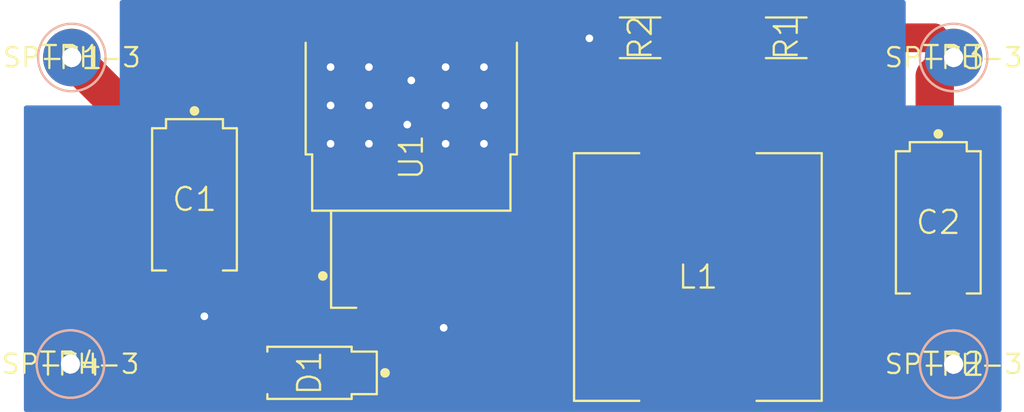
<source format=kicad_pcb>
(kicad_pcb (version 4) (host pcbnew 4.0.7+dfsg1-1)

  (general
    (links 17)
    (no_connects 1)
    (area 134.634762 91.5 188.295238 113.025001)
    (thickness 1.6)
    (drawings 0)
    (tracks 94)
    (zones 0)
    (modules 11)
    (nets 6)
  )

  (page A4)
  (layers
    (0 F.Cu signal)
    (31 B.Cu signal)
    (32 B.Adhes user)
    (33 F.Adhes user)
    (34 B.Paste user)
    (35 F.Paste user)
    (36 B.SilkS user)
    (37 F.SilkS user)
    (38 B.Mask user)
    (39 F.Mask user)
    (40 Dwgs.User user)
    (41 Cmts.User user)
    (42 Eco1.User user)
    (43 Eco2.User user)
    (44 Edge.Cuts user)
    (45 Margin user)
    (46 B.CrtYd user)
    (47 F.CrtYd user)
    (48 B.Fab user)
    (49 F.Fab user)
  )

  (setup
    (last_trace_width 0.25)
    (user_trace_width 0.5)
    (user_trace_width 1)
    (user_trace_width 1.5)
    (user_trace_width 2)
    (trace_clearance 0.2)
    (zone_clearance 0.508)
    (zone_45_only no)
    (trace_min 0.2)
    (segment_width 0.2)
    (edge_width 0.15)
    (via_size 0.6)
    (via_drill 0.4)
    (via_min_size 0.4)
    (via_min_drill 0.3)
    (uvia_size 0.3)
    (uvia_drill 0.1)
    (uvias_allowed no)
    (uvia_min_size 0.2)
    (uvia_min_drill 0.1)
    (pcb_text_width 0.3)
    (pcb_text_size 1.5 1.5)
    (mod_edge_width 0.15)
    (mod_text_size 1 1)
    (mod_text_width 0.15)
    (pad_size 1.524 1.524)
    (pad_drill 0.762)
    (pad_to_mask_clearance 0.2)
    (aux_axis_origin 0 0)
    (visible_elements FFFFFFFF)
    (pcbplotparams
      (layerselection 0x00030_80000001)
      (usegerberextensions false)
      (excludeedgelayer true)
      (linewidth 0.100000)
      (plotframeref false)
      (viasonmask false)
      (mode 1)
      (useauxorigin false)
      (hpglpennumber 1)
      (hpglpenspeed 20)
      (hpglpendiameter 15)
      (hpglpenoverlay 2)
      (psnegative false)
      (psa4output false)
      (plotreference true)
      (plotvalue true)
      (plotinvisibletext false)
      (padsonsilk false)
      (subtractmaskfromsilk false)
      (outputformat 1)
      (mirror false)
      (drillshape 1)
      (scaleselection 1)
      (outputdirectory ""))
  )

  (net 0 "")
  (net 1 "Net-(D1-Pad1)")
  (net 2 "Net-(R1-Pad1)")
  (net 3 /IN+)
  (net 4 /GND)
  (net 5 /OUT+)

  (net_class Default "This is the default net class."
    (clearance 0.2)
    (trace_width 0.25)
    (via_dia 0.6)
    (via_drill 0.4)
    (uvia_dia 0.3)
    (uvia_drill 0.1)
    (add_net /GND)
    (add_net /IN+)
    (add_net /OUT+)
    (add_net "Net-(D1-Pad1)")
    (add_net "Net-(R1-Pad1)")
  )

  (module testlib:DIOM4326X290N (layer F.Cu) (tedit 0) (tstamp 59B309A9)
    (at 150.9 110.95 270)
    (path /59B2F7D3)
    (attr smd)
    (fp_text reference D1 (at 0 0 270) (layer F.SilkS)
      (effects (font (size 1.2 1.2) (thickness 0.12)))
    )
    (fp_text value B340A (at 0 0 360) (layer F.Fab)
      (effects (font (size 1 1) (thickness 0.1)))
    )
    (fp_line (start -1.36 -2.198) (end -1.36 2.198) (layer F.SilkS) (width 0.12))
    (fp_line (start 1.36 -2.198) (end 1.36 2.198) (layer F.SilkS) (width 0.12))
    (fp_line (start -1.11 -2.198) (end -1.36 -2.198) (layer F.SilkS) (width 0.12))
    (fp_line (start -1.11 2.198) (end -1.36 2.198) (layer F.SilkS) (width 0.12))
    (fp_line (start 1.11 -2.198) (end 1.36 -2.198) (layer F.SilkS) (width 0.12))
    (fp_line (start 1.11 2.198) (end 1.36 2.198) (layer F.SilkS) (width 0.12))
    (fp_line (start -1.11 -2.198) (end -1.11 -3.51) (layer F.SilkS) (width 0.12))
    (fp_line (start -1.11 -3.51) (end 1.11 -3.51) (layer F.SilkS) (width 0.12))
    (fp_line (start 1.11 -3.51) (end 1.11 -2.198) (layer F.SilkS) (width 0.12))
    (fp_circle (center 0 -3.94) (end 0 -3.815) (layer F.SilkS) (width 0.25))
    (fp_text user REF** (at 0 0 360) (layer F.Fab) hide
      (effects (font (size 1 1) (thickness 0.1)))
    )
    (fp_text user REF** (at 0 0 360) (layer F.Fab) hide
      (effects (font (size 1 1) (thickness 0.1)))
    )
    (fp_line (start -0.3 -2.138) (end 1.3 -2.138) (layer F.Fab) (width 0.1))
    (fp_line (start 1.3 -2.138) (end 1.3 2.138) (layer F.Fab) (width 0.1))
    (fp_line (start 1.3 2.138) (end -1.3 2.138) (layer F.Fab) (width 0.1))
    (fp_line (start -1.3 2.138) (end -1.3 -1.138) (layer F.Fab) (width 0.1))
    (fp_line (start -1.3 -1.138) (end -0.3 -2.138) (layer F.Fab) (width 0.1))
    (fp_circle (center 0 0) (end 0 0.5) (layer F.CrtYd) (width 0.05))
    (fp_line (start -0.7 0) (end 0.7 0) (layer F.CrtYd) (width 0.05))
    (fp_line (start 0 -0.7) (end 0 0.7) (layer F.CrtYd) (width 0.05))
    (fp_line (start -1.1 -3.5) (end -1.1 -2.388) (layer F.CrtYd) (width 0.05))
    (fp_line (start -1.1 -2.388) (end -1.55 -2.388) (layer F.CrtYd) (width 0.05))
    (fp_line (start -1.55 -2.388) (end -1.55 2.388) (layer F.CrtYd) (width 0.05))
    (fp_line (start -1.55 2.388) (end -1.1 2.388) (layer F.CrtYd) (width 0.05))
    (fp_line (start -1.1 2.388) (end -1.1 3.5) (layer F.CrtYd) (width 0.05))
    (fp_line (start -1.1 3.5) (end 1.1 3.5) (layer F.CrtYd) (width 0.05))
    (fp_line (start 1.1 3.5) (end 1.1 2.388) (layer F.CrtYd) (width 0.05))
    (fp_line (start 1.1 2.388) (end 1.55 2.388) (layer F.CrtYd) (width 0.05))
    (fp_line (start 1.55 2.388) (end 1.55 -2.388) (layer F.CrtYd) (width 0.05))
    (fp_line (start 1.55 -2.388) (end 1.1 -2.388) (layer F.CrtYd) (width 0.05))
    (fp_line (start 1.1 -2.388) (end 1.1 -3.5) (layer F.CrtYd) (width 0.05))
    (fp_line (start 1.1 -3.5) (end -1.1 -3.5) (layer F.CrtYd) (width 0.05))
    (pad 1 smd rect (at 0 -2 270) (size 1.7 2.5) (layers F.Cu F.Paste F.Mask)
      (net 1 "Net-(D1-Pad1)") (solder_mask_margin 0.05))
    (pad 2 smd rect (at 0 2 270) (size 1.7 2.5) (layers F.Cu F.Paste F.Mask)
      (net 4 /GND) (solder_mask_margin 0.05))
    (model DIOM4326X290N.wrl
      (at (xyz 0 0 0))
      (scale (xyz 1 1 1))
      (rotate (xyz 0 0 90))
    )
  )

  (module testlib:RESC2013X65N (layer F.Cu) (tedit 59B37A0B) (tstamp 59B309F1)
    (at 175.768 93.472 90)
    (path /59B2F672)
    (attr smd)
    (fp_text reference R1 (at 0 0 90) (layer F.SilkS)
      (effects (font (size 1.2 1.2) (thickness 0.12)))
    )
    (fp_text value 15.4k (at 0 0 180) (layer F.Fab)
      (effects (font (size 0.825 0.825) (thickness 0.1)))
    )
    (fp_line (start -1.06 -1.06) (end -1.06 1.06) (layer F.SilkS) (width 0.12))
    (fp_line (start 1.06 -1.06) (end 1.06 1.06) (layer F.SilkS) (width 0.12))
    (fp_text user REF** (at 0 0 180) (layer F.Fab) hide
      (effects (font (size 0.825 0.825) (thickness 0.1)))
    )
    (fp_line (start -0.625 -1) (end 0.625 -1) (layer F.Fab) (width 0.1))
    (fp_line (start 0.625 -1) (end 0.625 1) (layer F.Fab) (width 0.1))
    (fp_line (start 0.625 1) (end -0.625 1) (layer F.Fab) (width 0.1))
    (fp_line (start -0.625 1) (end -0.625 -1) (layer F.Fab) (width 0.1))
    (fp_circle (center 0 0) (end 0 0.5) (layer F.CrtYd) (width 0.05))
    (fp_line (start -0.7 0) (end 0.7 0) (layer F.CrtYd) (width 0.05))
    (fp_line (start 0 -0.7) (end 0 0.7) (layer F.CrtYd) (width 0.05))
    (fp_line (start -1.02 -1.57) (end -1.02 -1.22) (layer F.CrtYd) (width 0.05))
    (fp_line (start -1.02 -1.22) (end -1.02 1.22) (layer F.CrtYd) (width 0.05))
    (fp_line (start -1.02 1.22) (end -1.02 1.57) (layer F.CrtYd) (width 0.05))
    (fp_line (start -1.02 1.57) (end 1.02 1.57) (layer F.CrtYd) (width 0.05))
    (fp_line (start 1.02 1.57) (end 1.02 1.22) (layer F.CrtYd) (width 0.05))
    (fp_line (start 1.02 1.22) (end 1.02 -1.22) (layer F.CrtYd) (width 0.05))
    (fp_line (start 1.02 -1.22) (end 1.02 -1.57) (layer F.CrtYd) (width 0.05))
    (fp_line (start 1.02 -1.57) (end -1.02 -1.57) (layer F.CrtYd) (width 0.05))
    (pad 1 smd rect (at 0 -0.85 90) (size 1.6 1) (layers F.Cu F.Paste F.Mask)
      (net 2 "Net-(R1-Pad1)") (solder_mask_margin 0.05))
    (pad 2 smd rect (at 0 0.85 90) (size 1.6 1) (layers F.Cu F.Paste F.Mask)
      (net 5 /OUT+) (solder_mask_margin 0.05))
    (model RESC2013X65N.wrl
      (at (xyz 0 0 0))
      (scale (xyz 1 1 1))
      (rotate (xyz 0 0 90))
    )
  )

  (module testlib:RESC2013X65N (layer F.Cu) (tedit 0) (tstamp 59B30A09)
    (at 168.148 93.472 90)
    (path /59B2F70E)
    (attr smd)
    (fp_text reference R2 (at 0 0 90) (layer F.SilkS)
      (effects (font (size 1.2 1.2) (thickness 0.12)))
    )
    (fp_text value 1k (at 0 0 180) (layer F.Fab)
      (effects (font (size 0.825 0.825) (thickness 0.1)))
    )
    (fp_line (start -1.06 -1.06) (end -1.06 1.06) (layer F.SilkS) (width 0.12))
    (fp_line (start 1.06 -1.06) (end 1.06 1.06) (layer F.SilkS) (width 0.12))
    (fp_text user REF** (at 0 0 180) (layer F.Fab) hide
      (effects (font (size 0.825 0.825) (thickness 0.1)))
    )
    (fp_line (start -0.625 -1) (end 0.625 -1) (layer F.Fab) (width 0.1))
    (fp_line (start 0.625 -1) (end 0.625 1) (layer F.Fab) (width 0.1))
    (fp_line (start 0.625 1) (end -0.625 1) (layer F.Fab) (width 0.1))
    (fp_line (start -0.625 1) (end -0.625 -1) (layer F.Fab) (width 0.1))
    (fp_circle (center 0 0) (end 0 0.5) (layer F.CrtYd) (width 0.05))
    (fp_line (start -0.7 0) (end 0.7 0) (layer F.CrtYd) (width 0.05))
    (fp_line (start 0 -0.7) (end 0 0.7) (layer F.CrtYd) (width 0.05))
    (fp_line (start -1.02 -1.57) (end -1.02 -1.22) (layer F.CrtYd) (width 0.05))
    (fp_line (start -1.02 -1.22) (end -1.02 1.22) (layer F.CrtYd) (width 0.05))
    (fp_line (start -1.02 1.22) (end -1.02 1.57) (layer F.CrtYd) (width 0.05))
    (fp_line (start -1.02 1.57) (end 1.02 1.57) (layer F.CrtYd) (width 0.05))
    (fp_line (start 1.02 1.57) (end 1.02 1.22) (layer F.CrtYd) (width 0.05))
    (fp_line (start 1.02 1.22) (end 1.02 -1.22) (layer F.CrtYd) (width 0.05))
    (fp_line (start 1.02 -1.22) (end 1.02 -1.57) (layer F.CrtYd) (width 0.05))
    (fp_line (start 1.02 -1.57) (end -1.02 -1.57) (layer F.CrtYd) (width 0.05))
    (pad 1 smd rect (at 0 -0.85 90) (size 1.6 1) (layers F.Cu F.Paste F.Mask)
      (net 4 /GND) (solder_mask_margin 0.05))
    (pad 2 smd rect (at 0 0.85 90) (size 1.6 1) (layers F.Cu F.Paste F.Mask)
      (net 2 "Net-(R1-Pad1)") (solder_mask_margin 0.05))
    (model RESC2013X65N.wrl
      (at (xyz 0 0 0))
      (scale (xyz 1 1 1))
      (rotate (xyz 0 0 90))
    )
  )

  (module testlib:TO170P1023X864X465-5N (layer F.Cu) (tedit 0) (tstamp 59B30A3C)
    (at 156.21 99.695 90)
    (path /59B2F4C5)
    (attr smd)
    (fp_text reference U1 (at 0 0 90) (layer F.SilkS)
      (effects (font (size 1.2 1.2) (thickness 0.12)))
    )
    (fp_text value LM2596S (at 0 0 180) (layer F.Fab)
      (effects (font (size 1 1) (thickness 0.1)))
    )
    (fp_line (start -2.795 -5.172) (end 0.14 -5.172) (layer F.SilkS) (width 0.12))
    (fp_line (start -2.795 5.172) (end 0.14 5.172) (layer F.SilkS) (width 0.12))
    (fp_line (start -2.795 5.172) (end -2.795 -5.172) (layer F.SilkS) (width 0.12))
    (fp_circle (center -6.2 -4.615) (end -6.2 -4.49) (layer F.SilkS) (width 0.25))
    (fp_line (start -2.795 -4.185) (end -7.86 -4.185) (layer F.SilkS) (width 0.12))
    (fp_line (start -7.86 -4.185) (end -7.86 -2.875) (layer F.SilkS) (width 0.12))
    (fp_line (start 5.965 -5.51) (end 0.14 -5.51) (layer F.SilkS) (width 0.12))
    (fp_line (start 0.14 -5.51) (end 0.14 -5.172) (layer F.SilkS) (width 0.12))
    (fp_line (start 5.965 5.51) (end 0.14 5.51) (layer F.SilkS) (width 0.12))
    (fp_line (start 0.14 5.51) (end 0.14 5.172) (layer F.SilkS) (width 0.12))
    (fp_text user REF** (at 0 0 180) (layer F.Fab) hide
      (effects (font (size 1 1) (thickness 0.1)))
    )
    (fp_line (start 5.905 -5.112) (end -2.735 -5.112) (layer F.Fab) (width 0.1))
    (fp_line (start -2.735 -5.112) (end -2.735 5.112) (layer F.Fab) (width 0.1))
    (fp_line (start -2.735 5.112) (end 5.905 5.112) (layer F.Fab) (width 0.1))
    (fp_line (start 5.905 5.112) (end 5.905 -5.112) (layer F.Fab) (width 0.1))
    (fp_line (start 5.905 -5.112) (end 7.175 -5.112) (layer F.Fab) (width 0.1))
    (fp_line (start 7.175 -5.112) (end 7.175 5.112) (layer F.Fab) (width 0.1))
    (fp_line (start 7.175 5.112) (end 5.905 5.112) (layer F.Fab) (width 0.1))
    (fp_line (start 5.905 5.112) (end 5.905 -5.112) (layer F.Fab) (width 0.1))
    (fp_line (start -7.175 -3.4) (end -2.735 -3.4) (layer F.Fab) (width 0.1))
    (fp_line (start -7.175 -1.7) (end -2.735 -1.7) (layer F.Fab) (width 0.1))
    (fp_line (start -7.175 0) (end -2.735 0) (layer F.Fab) (width 0.1))
    (fp_line (start -7.175 1.7) (end -2.735 1.7) (layer F.Fab) (width 0.1))
    (fp_line (start -7.175 3.4) (end -2.735 3.4) (layer F.Fab) (width 0.1))
    (fp_circle (center 0 0) (end 0 0.5) (layer F.CrtYd) (width 0.05))
    (fp_line (start -0.7 0) (end 0.7 0) (layer F.CrtYd) (width 0.05))
    (fp_line (start 0 -0.7) (end 0 0.7) (layer F.CrtYd) (width 0.05))
    (fp_line (start -7.85 -4.175) (end -2.985 -4.175) (layer F.CrtYd) (width 0.05))
    (fp_line (start -2.985 -4.175) (end -2.985 -5.362) (layer F.CrtYd) (width 0.05))
    (fp_line (start -2.985 -5.362) (end 0.15 -5.362) (layer F.CrtYd) (width 0.05))
    (fp_line (start 0.15 -5.362) (end 0.15 -5.5) (layer F.CrtYd) (width 0.05))
    (fp_line (start 0.15 -5.5) (end 6.155 -5.5) (layer F.CrtYd) (width 0.05))
    (fp_line (start 6.155 -5.5) (end 7.85 -5.5) (layer F.CrtYd) (width 0.05))
    (fp_line (start 7.85 -5.5) (end 7.85 5.5) (layer F.CrtYd) (width 0.05))
    (fp_line (start 7.85 5.5) (end 6.155 5.5) (layer F.CrtYd) (width 0.05))
    (fp_line (start 6.155 5.5) (end 0.15 5.5) (layer F.CrtYd) (width 0.05))
    (fp_line (start 0.15 5.5) (end 0.15 5.362) (layer F.CrtYd) (width 0.05))
    (fp_line (start 0.15 5.362) (end -2.985 5.362) (layer F.CrtYd) (width 0.05))
    (fp_line (start -2.985 5.362) (end -2.985 4.175) (layer F.CrtYd) (width 0.05))
    (fp_line (start -2.985 4.175) (end -7.85 4.175) (layer F.CrtYd) (width 0.05))
    (fp_line (start -7.85 4.175) (end -7.85 -4.175) (layer F.CrtYd) (width 0.05))
    (pad 1 smd rect (at -6.2 -3.4 90) (size 2.8 1.05) (layers F.Cu F.Paste F.Mask)
      (net 3 /IN+) (solder_mask_margin 0.05))
    (pad 2 smd rect (at -6.2 -1.7 90) (size 2.8 1.05) (layers F.Cu F.Paste F.Mask)
      (net 1 "Net-(D1-Pad1)") (solder_mask_margin 0.05))
    (pad 3 smd rect (at -6.2 0 90) (size 2.8 1.05) (layers F.Cu F.Paste F.Mask)
      (net 4 /GND) (solder_mask_margin 0.05))
    (pad 4 smd rect (at -6.2 1.7 90) (size 2.8 1.05) (layers F.Cu F.Paste F.Mask)
      (net 2 "Net-(R1-Pad1)") (solder_mask_margin 0.05))
    (pad 5 smd rect (at -6.2 3.4 90) (size 2.8 1.05) (layers F.Cu F.Paste F.Mask)
      (net 4 /GND) (solder_mask_margin 0.05))
    (pad 6 smd rect (at 4 0 90) (size 7.2 10.5) (layers F.Cu F.Paste F.Mask)
      (net 4 /GND) (solder_mask_margin 0.05))
    (model TO170P1023X864X465-5N.wrl
      (at (xyz 0 0 0))
      (scale (xyz 1 1 1))
      (rotate (xyz 0 0 0))
    )
  )

  (module testlib:SP-TH-3 (layer F.Cu) (tedit 0) (tstamp 5A07185D)
    (at 138.5 94.5)
    (path /5A071944)
    (fp_text reference TP1 (at 0 0) (layer F.SilkS)
      (effects (font (size 1.2 1.2) (thickness 0.12)))
    )
    (fp_text value SP-TH-3 (at 0 0) (layer F.SilkS)
      (effects (font (size 1 1) (thickness 0.12)))
    )
    (fp_circle (center 0 0) (end 0 1.76) (layer F.SilkS) (width 0.12))
    (fp_circle (center 0 0) (end 0 1.76) (layer B.SilkS) (width 0.12))
    (pad 1 thru_hole circle (at 0 0) (size 3 3) (drill 1) (layers *.Cu *.Paste *.Mask)
      (net 3 /IN+) (solder_mask_margin 0.2))
    (model SP-TH-3.wrl
      (at (xyz 0 0 0))
      (scale (xyz 0.3937 0.3937 0.3937))
      (rotate (xyz 0 0 0))
    )
  )

  (module testlib:SP-TH-3 (layer F.Cu) (tedit 0) (tstamp 5A071864)
    (at 184.5 110.5)
    (path /5A071BA6)
    (fp_text reference TP2 (at 0 0) (layer F.SilkS)
      (effects (font (size 1.2 1.2) (thickness 0.12)))
    )
    (fp_text value SP-TH-3 (at 0 0) (layer F.SilkS)
      (effects (font (size 1 1) (thickness 0.12)))
    )
    (fp_circle (center 0 0) (end 0 1.76) (layer F.SilkS) (width 0.12))
    (fp_circle (center 0 0) (end 0 1.76) (layer B.SilkS) (width 0.12))
    (pad 1 thru_hole circle (at 0 0) (size 3 3) (drill 1) (layers *.Cu *.Paste *.Mask)
      (net 4 /GND) (solder_mask_margin 0.2))
    (model SP-TH-3.wrl
      (at (xyz 0 0 0))
      (scale (xyz 0.3937 0.3937 0.3937))
      (rotate (xyz 0 0 0))
    )
  )

  (module testlib:SP-TH-3 (layer F.Cu) (tedit 0) (tstamp 5A07186B)
    (at 184.5 94.5)
    (path /5A071C92)
    (fp_text reference TP3 (at 0 0) (layer F.SilkS)
      (effects (font (size 1.2 1.2) (thickness 0.12)))
    )
    (fp_text value SP-TH-3 (at 0 0) (layer F.SilkS)
      (effects (font (size 1 1) (thickness 0.12)))
    )
    (fp_circle (center 0 0) (end 0 1.76) (layer F.SilkS) (width 0.12))
    (fp_circle (center 0 0) (end 0 1.76) (layer B.SilkS) (width 0.12))
    (pad 1 thru_hole circle (at 0 0) (size 3 3) (drill 1) (layers *.Cu *.Paste *.Mask)
      (net 5 /OUT+) (solder_mask_margin 0.2))
    (model SP-TH-3.wrl
      (at (xyz 0 0 0))
      (scale (xyz 0.3937 0.3937 0.3937))
      (rotate (xyz 0 0 0))
    )
  )

  (module testlib:SP-TH-3 (layer F.Cu) (tedit 0) (tstamp 5A071872)
    (at 138.43 110.49)
    (path /5A071E3B)
    (fp_text reference TP4 (at 0 0) (layer F.SilkS)
      (effects (font (size 1.2 1.2) (thickness 0.12)))
    )
    (fp_text value SP-TH-3 (at 0 0) (layer F.SilkS)
      (effects (font (size 1 1) (thickness 0.12)))
    )
    (fp_circle (center 0 0) (end 0 1.76) (layer F.SilkS) (width 0.12))
    (fp_circle (center 0 0) (end 0 1.76) (layer B.SilkS) (width 0.12))
    (pad 1 thru_hole circle (at 0 0) (size 3 3) (drill 1) (layers *.Cu *.Paste *.Mask)
      (net 4 /GND) (solder_mask_margin 0.2))
    (model SP-TH-3.wrl
      (at (xyz 0 0 0))
      (scale (xyz 0.3937 0.3937 0.3937))
      (rotate (xyz 0 0 0))
    )
  )

  (module testlib:INDM128128X800N (layer F.Cu) (tedit 0) (tstamp 5A07321B)
    (at 171.16 105.95 180)
    (path /5A07317F)
    (attr smd)
    (fp_text reference L1 (at 0 0 180) (layer F.SilkS)
      (effects (font (size 1.2 1.2) (thickness 0.12)))
    )
    (fp_text value B82477G4 (at 0 0 180) (layer F.Fab)
      (effects (font (size 1 1) (thickness 0.1)))
    )
    (fp_line (start -6.46 -6.46) (end -6.46 6.46) (layer F.SilkS) (width 0.12))
    (fp_line (start 6.46 -6.46) (end 6.46 6.46) (layer F.SilkS) (width 0.12))
    (fp_line (start -3.06 -6.46) (end -6.46 -6.46) (layer F.SilkS) (width 0.12))
    (fp_line (start -3.06 6.46) (end -6.46 6.46) (layer F.SilkS) (width 0.12))
    (fp_line (start 3.06 -6.46) (end 6.46 -6.46) (layer F.SilkS) (width 0.12))
    (fp_line (start 3.06 6.46) (end 6.46 6.46) (layer F.SilkS) (width 0.12))
    (fp_text user REF** (at 0 0 180) (layer F.Fab) hide
      (effects (font (size 1 1) (thickness 0.1)))
    )
    (fp_line (start -6.4 -6.4) (end 6.4 -6.4) (layer F.Fab) (width 0.1))
    (fp_line (start 6.4 -6.4) (end 6.4 6.4) (layer F.Fab) (width 0.1))
    (fp_line (start 6.4 6.4) (end -6.4 6.4) (layer F.Fab) (width 0.1))
    (fp_line (start -6.4 6.4) (end -6.4 -6.4) (layer F.Fab) (width 0.1))
    (fp_circle (center 0 0) (end 0 0.5) (layer F.CrtYd) (width 0.05))
    (fp_line (start -0.7 0) (end 0.7 0) (layer F.CrtYd) (width 0.05))
    (fp_line (start 0 -0.7) (end 0 0.7) (layer F.CrtYd) (width 0.05))
    (fp_line (start -3.05 -6.85) (end -3.05 -6.65) (layer F.CrtYd) (width 0.05))
    (fp_line (start -3.05 -6.65) (end -6.65 -6.65) (layer F.CrtYd) (width 0.05))
    (fp_line (start -6.65 -6.65) (end -6.65 6.65) (layer F.CrtYd) (width 0.05))
    (fp_line (start -6.65 6.65) (end -3.05 6.65) (layer F.CrtYd) (width 0.05))
    (fp_line (start -3.05 6.65) (end -3.05 6.85) (layer F.CrtYd) (width 0.05))
    (fp_line (start -3.05 6.85) (end 3.05 6.85) (layer F.CrtYd) (width 0.05))
    (fp_line (start 3.05 6.85) (end 3.05 6.65) (layer F.CrtYd) (width 0.05))
    (fp_line (start 3.05 6.65) (end 6.65 6.65) (layer F.CrtYd) (width 0.05))
    (fp_line (start 6.65 6.65) (end 6.65 -6.65) (layer F.CrtYd) (width 0.05))
    (fp_line (start 6.65 -6.65) (end 3.05 -6.65) (layer F.CrtYd) (width 0.05))
    (fp_line (start 3.05 -6.65) (end 3.05 -6.85) (layer F.CrtYd) (width 0.05))
    (fp_line (start 3.05 -6.85) (end -3.05 -6.85) (layer F.CrtYd) (width 0.05))
    (pad 1 smd rect (at 0 -5.05 180) (size 5.6 3.1) (layers F.Cu F.Paste F.Mask)
      (net 1 "Net-(D1-Pad1)") (solder_mask_margin 0.05))
    (pad 2 smd rect (at 0 5.05 180) (size 5.6 3.1) (layers F.Cu F.Paste F.Mask)
      (net 5 /OUT+) (solder_mask_margin 0.05))
    (model INDM128128X800N.wrl
      (at (xyz 0 0 0))
      (scale (xyz 3.937 3.937 3.937))
      (rotate (xyz 0 0 90))
    )
  )

  (module testlib:CAPPM7343X310N (layer F.Cu) (tedit 0) (tstamp 5A0819E5)
    (at 144.9 101.9)
    (path /59B39BD9)
    (attr smd)
    (fp_text reference C1 (at 0 0) (layer F.SilkS)
      (effects (font (size 1.2 1.2) (thickness 0.12)))
    )
    (fp_text value "100 uF, 50V" (at 0 0 90) (layer F.Fab)
      (effects (font (size 1 1) (thickness 0.1)))
    )
    (fp_line (start -2.21 -3.71) (end -2.21 3.71) (layer F.SilkS) (width 0.12))
    (fp_line (start 2.21 -3.71) (end 2.21 3.71) (layer F.SilkS) (width 0.12))
    (fp_line (start -1.485 -3.71) (end -2.21 -3.71) (layer F.SilkS) (width 0.12))
    (fp_line (start -1.485 3.71) (end -2.21 3.71) (layer F.SilkS) (width 0.12))
    (fp_line (start 1.485 -3.71) (end 2.21 -3.71) (layer F.SilkS) (width 0.12))
    (fp_line (start 1.485 3.71) (end 2.21 3.71) (layer F.SilkS) (width 0.12))
    (fp_line (start -1.485 -3.71) (end -1.485 -4.185) (layer F.SilkS) (width 0.12))
    (fp_line (start -1.485 -4.185) (end 1.485 -4.185) (layer F.SilkS) (width 0.12))
    (fp_line (start 1.485 -4.185) (end 1.485 -3.71) (layer F.SilkS) (width 0.12))
    (fp_circle (center 0 -4.615) (end 0 -4.49) (layer F.SilkS) (width 0.25))
    (fp_text user REF** (at 0 0 90) (layer F.Fab) hide
      (effects (font (size 1 1) (thickness 0.1)))
    )
    (fp_text user REF** (at 0 0 90) (layer F.Fab) hide
      (effects (font (size 1 1) (thickness 0.1)))
    )
    (fp_line (start -1.15 -3.65) (end 2.15 -3.65) (layer F.Fab) (width 0.1))
    (fp_line (start 2.15 -3.65) (end 2.15 3.65) (layer F.Fab) (width 0.1))
    (fp_line (start 2.15 3.65) (end -2.15 3.65) (layer F.Fab) (width 0.1))
    (fp_line (start -2.15 3.65) (end -2.15 -2.65) (layer F.Fab) (width 0.1))
    (fp_line (start -2.15 -2.65) (end -1.15 -3.65) (layer F.Fab) (width 0.1))
    (fp_circle (center 0 0) (end 0 0.5) (layer F.CrtYd) (width 0.05))
    (fp_line (start -0.7 0) (end 0.7 0) (layer F.CrtYd) (width 0.05))
    (fp_line (start 0 -0.7) (end 0 0.7) (layer F.CrtYd) (width 0.05))
    (fp_line (start -1.475 -4.175) (end -1.475 -3.9) (layer F.CrtYd) (width 0.05))
    (fp_line (start -1.475 -3.9) (end -2.4 -3.9) (layer F.CrtYd) (width 0.05))
    (fp_line (start -2.4 -3.9) (end -2.4 3.9) (layer F.CrtYd) (width 0.05))
    (fp_line (start -2.4 3.9) (end -1.475 3.9) (layer F.CrtYd) (width 0.05))
    (fp_line (start -1.475 3.9) (end -1.475 4.175) (layer F.CrtYd) (width 0.05))
    (fp_line (start -1.475 4.175) (end 1.475 4.175) (layer F.CrtYd) (width 0.05))
    (fp_line (start 1.475 4.175) (end 1.475 3.9) (layer F.CrtYd) (width 0.05))
    (fp_line (start 1.475 3.9) (end 2.4 3.9) (layer F.CrtYd) (width 0.05))
    (fp_line (start 2.4 3.9) (end 2.4 -3.9) (layer F.CrtYd) (width 0.05))
    (fp_line (start 2.4 -3.9) (end 1.475 -3.9) (layer F.CrtYd) (width 0.05))
    (fp_line (start 1.475 -3.9) (end 1.475 -4.175) (layer F.CrtYd) (width 0.05))
    (fp_line (start 1.475 -4.175) (end -1.475 -4.175) (layer F.CrtYd) (width 0.05))
    (pad 1 smd rect (at 0 -2.75) (size 2.45 2.35) (layers F.Cu F.Paste F.Mask)
      (net 3 /IN+) (solder_mask_margin 0.05))
    (pad 2 smd rect (at 0 2.75) (size 2.45 2.35) (layers F.Cu F.Paste F.Mask)
      (net 4 /GND) (solder_mask_margin 0.05))
    (model CAPPM7343X310N.wrl
      (at (xyz 0 0 0))
      (scale (xyz 1 1 1))
      (rotate (xyz 0 0 -90))
    )
  )

  (module testlib:CAPPM7343X310N (layer F.Cu) (tedit 0) (tstamp 5A081A0B)
    (at 183.7 103.1)
    (path /59B39DA7)
    (attr smd)
    (fp_text reference C2 (at 0 0) (layer F.SilkS)
      (effects (font (size 1.2 1.2) (thickness 0.12)))
    )
    (fp_text value "220 uF, 35 V" (at 0 0 90) (layer F.Fab)
      (effects (font (size 1 1) (thickness 0.1)))
    )
    (fp_line (start -2.21 -3.71) (end -2.21 3.71) (layer F.SilkS) (width 0.12))
    (fp_line (start 2.21 -3.71) (end 2.21 3.71) (layer F.SilkS) (width 0.12))
    (fp_line (start -1.485 -3.71) (end -2.21 -3.71) (layer F.SilkS) (width 0.12))
    (fp_line (start -1.485 3.71) (end -2.21 3.71) (layer F.SilkS) (width 0.12))
    (fp_line (start 1.485 -3.71) (end 2.21 -3.71) (layer F.SilkS) (width 0.12))
    (fp_line (start 1.485 3.71) (end 2.21 3.71) (layer F.SilkS) (width 0.12))
    (fp_line (start -1.485 -3.71) (end -1.485 -4.185) (layer F.SilkS) (width 0.12))
    (fp_line (start -1.485 -4.185) (end 1.485 -4.185) (layer F.SilkS) (width 0.12))
    (fp_line (start 1.485 -4.185) (end 1.485 -3.71) (layer F.SilkS) (width 0.12))
    (fp_circle (center 0 -4.615) (end 0 -4.49) (layer F.SilkS) (width 0.25))
    (fp_text user REF** (at 0 0 90) (layer F.Fab) hide
      (effects (font (size 1 1) (thickness 0.1)))
    )
    (fp_text user REF** (at 0 0 90) (layer F.Fab) hide
      (effects (font (size 1 1) (thickness 0.1)))
    )
    (fp_line (start -1.15 -3.65) (end 2.15 -3.65) (layer F.Fab) (width 0.1))
    (fp_line (start 2.15 -3.65) (end 2.15 3.65) (layer F.Fab) (width 0.1))
    (fp_line (start 2.15 3.65) (end -2.15 3.65) (layer F.Fab) (width 0.1))
    (fp_line (start -2.15 3.65) (end -2.15 -2.65) (layer F.Fab) (width 0.1))
    (fp_line (start -2.15 -2.65) (end -1.15 -3.65) (layer F.Fab) (width 0.1))
    (fp_circle (center 0 0) (end 0 0.5) (layer F.CrtYd) (width 0.05))
    (fp_line (start -0.7 0) (end 0.7 0) (layer F.CrtYd) (width 0.05))
    (fp_line (start 0 -0.7) (end 0 0.7) (layer F.CrtYd) (width 0.05))
    (fp_line (start -1.475 -4.175) (end -1.475 -3.9) (layer F.CrtYd) (width 0.05))
    (fp_line (start -1.475 -3.9) (end -2.4 -3.9) (layer F.CrtYd) (width 0.05))
    (fp_line (start -2.4 -3.9) (end -2.4 3.9) (layer F.CrtYd) (width 0.05))
    (fp_line (start -2.4 3.9) (end -1.475 3.9) (layer F.CrtYd) (width 0.05))
    (fp_line (start -1.475 3.9) (end -1.475 4.175) (layer F.CrtYd) (width 0.05))
    (fp_line (start -1.475 4.175) (end 1.475 4.175) (layer F.CrtYd) (width 0.05))
    (fp_line (start 1.475 4.175) (end 1.475 3.9) (layer F.CrtYd) (width 0.05))
    (fp_line (start 1.475 3.9) (end 2.4 3.9) (layer F.CrtYd) (width 0.05))
    (fp_line (start 2.4 3.9) (end 2.4 -3.9) (layer F.CrtYd) (width 0.05))
    (fp_line (start 2.4 -3.9) (end 1.475 -3.9) (layer F.CrtYd) (width 0.05))
    (fp_line (start 1.475 -3.9) (end 1.475 -4.175) (layer F.CrtYd) (width 0.05))
    (fp_line (start 1.475 -4.175) (end -1.475 -4.175) (layer F.CrtYd) (width 0.05))
    (pad 1 smd rect (at 0 -2.75) (size 2.45 2.35) (layers F.Cu F.Paste F.Mask)
      (net 5 /OUT+) (solder_mask_margin 0.05))
    (pad 2 smd rect (at 0 2.75) (size 2.45 2.35) (layers F.Cu F.Paste F.Mask)
      (net 4 /GND) (solder_mask_margin 0.05))
    (model CAPPM7343X310N.wrl
      (at (xyz 0 0 0))
      (scale (xyz 1 1 1))
      (rotate (xyz 0 0 -90))
    )
  )

  (segment (start 154.51 105.93) (end 154.45 110.89) (width 1) (layer F.Cu) (net 1))
  (segment (start 152.89 110.89) (end 171.16 110.99) (width 2) (layer F.Cu) (net 1) (status 10))
  (segment (start 171.16 110.99) (end 171.29 110.86) (width 0.25) (layer F.Cu) (net 1) (tstamp 59B55A36))
  (segment (start 168.998 93.472) (end 168.998 95.162) (width 0.25) (layer F.Cu) (net 2))
  (segment (start 157.91 104.218) (end 157.91 105.895) (width 0.25) (layer F.Cu) (net 2) (tstamp 59B55D0A))
  (segment (start 158.496 103.632) (end 157.91 104.218) (width 0.25) (layer F.Cu) (net 2) (tstamp 59B55D09))
  (segment (start 162.584 103.632) (end 158.496 103.632) (width 0.25) (layer F.Cu) (net 2) (tstamp 59B55D08))
  (segment (start 162.584 97.536) (end 162.584 103.632) (width 0.25) (layer F.Cu) (net 2) (tstamp 59B55D06))
  (segment (start 164.1 96.52) (end 162.584 97.536) (width 0.25) (layer F.Cu) (net 2) (tstamp 59B55D05))
  (segment (start 166.64 96.52) (end 164.1 96.52) (width 0.25) (layer F.Cu) (net 2) (tstamp 59B55D03))
  (segment (start 168.998 95.162) (end 166.64 96.52) (width 0.25) (layer F.Cu) (net 2) (tstamp 59B55D02))
  (segment (start 168.998 93.472) (end 174.918 93.472) (width 1.5) (layer F.Cu) (net 2))
  (segment (start 147.618 98.85) (end 148.844 100.076) (width 1.5) (layer F.Cu) (net 3) (tstamp 59B55D19))
  (segment (start 148.844 100.076) (end 148.844 105.156) (width 1.5) (layer F.Cu) (net 3) (tstamp 59B55D1B))
  (segment (start 148.844 105.156) (end 149.583 105.895) (width 1.5) (layer F.Cu) (net 3) (tstamp 59B55D1D))
  (segment (start 149.583 105.895) (end 152.81 105.895) (width 1.5) (layer F.Cu) (net 3) (tstamp 59B55D1F))
  (segment (start 147.618 98.85) (end 145.415 98.85) (width 1.5) (layer F.Cu) (net 3))
  (segment (start 145.415 98.85) (end 142.85 98.85) (width 2) (layer F.Cu) (net 3))
  (segment (start 142.85 98.85) (end 138.5 94.5) (width 2) (layer F.Cu) (net 3) (tstamp 5A071C56))
  (segment (start 146 111) (end 138.94 111) (width 2) (layer F.Cu) (net 4))
  (segment (start 138.94 111) (end 138.43 110.49) (width 2) (layer F.Cu) (net 4) (tstamp 5A0814C3))
  (via (at 157.9 108.6) (size 0.6) (drill 0.4) (layers F.Cu B.Cu) (net 4))
  (segment (start 156.21 105.895) (end 156.21 108.59) (width 1) (layer F.Cu) (net 4))
  (segment (start 159.61 108.59) (end 159.61 105.895) (width 1) (layer F.Cu) (net 4) (tstamp 5A0745EF))
  (segment (start 159.6 108.6) (end 159.61 108.59) (width 1) (layer F.Cu) (net 4) (tstamp 5A0745EB))
  (segment (start 156.22 108.6) (end 157.9 108.6) (width 1) (layer F.Cu) (net 4) (tstamp 5A0745E8))
  (segment (start 157.9 108.6) (end 159.6 108.6) (width 1) (layer F.Cu) (net 4) (tstamp 5A07468C))
  (segment (start 156.21 108.59) (end 156.22 108.6) (width 1) (layer F.Cu) (net 4) (tstamp 5A0745E3))
  (via (at 145.415 108) (size 0.6) (drill 0.4) (layers F.Cu B.Cu) (net 4))
  (segment (start 145.415 108) (end 146 108) (width 0.25) (layer B.Cu) (net 4) (tstamp 5A074477))
  (via (at 158 95) (size 0.6) (drill 0.4) (layers F.Cu B.Cu) (net 4))
  (segment (start 158 95) (end 157.305 95.695) (width 0.25) (layer F.Cu) (net 4) (tstamp 5A07443E))
  (segment (start 157.305 95.695) (end 156.21 95.695) (width 0.25) (layer F.Cu) (net 4) (tstamp 5A07443F))
  (via (at 154 95) (size 0.6) (drill 0.4) (layers F.Cu B.Cu) (net 4))
  (segment (start 154 95) (end 154.695 95.695) (width 0.25) (layer F.Cu) (net 4) (tstamp 5A074428))
  (segment (start 154.695 95.695) (end 156.21 95.695) (width 0.25) (layer F.Cu) (net 4) (tstamp 5A074429))
  (via (at 156 98) (size 0.6) (drill 0.4) (layers F.Cu B.Cu) (net 4))
  (segment (start 156 98) (end 156.21 97.79) (width 0.25) (layer F.Cu) (net 4) (tstamp 5A07441D))
  (segment (start 156.21 97.79) (end 156.21 95.695) (width 0.25) (layer F.Cu) (net 4) (tstamp 5A07441E))
  (via (at 160 99) (size 0.6) (drill 0.4) (layers F.Cu B.Cu) (net 4))
  (segment (start 160 99) (end 156.695 95.695) (width 0.25) (layer F.Cu) (net 4) (tstamp 5A0743FF))
  (segment (start 156.695 95.695) (end 156.21 95.695) (width 0.25) (layer F.Cu) (net 4) (tstamp 5A074400))
  (via (at 158 99) (size 0.6) (drill 0.4) (layers F.Cu B.Cu) (net 4))
  (segment (start 158 99) (end 156.21 97.21) (width 0.25) (layer F.Cu) (net 4) (tstamp 5A0743F4))
  (segment (start 156.21 97.21) (end 156.21 95.695) (width 0.25) (layer F.Cu) (net 4) (tstamp 5A0743F5))
  (via (at 154 99) (size 0.6) (drill 0.4) (layers F.Cu B.Cu) (net 4))
  (segment (start 154 99) (end 156.21 96.79) (width 0.25) (layer F.Cu) (net 4) (tstamp 5A0743EE))
  (segment (start 156.21 96.79) (end 156.21 95.695) (width 0.25) (layer F.Cu) (net 4) (tstamp 5A0743EF))
  (via (at 152 99) (size 0.6) (drill 0.4) (layers F.Cu B.Cu) (net 4))
  (segment (start 152 99) (end 155.305 95.695) (width 0.25) (layer F.Cu) (net 4) (tstamp 5A0743E6))
  (segment (start 155.305 95.695) (end 156.21 95.695) (width 0.25) (layer F.Cu) (net 4) (tstamp 5A0743E7))
  (via (at 158 97) (size 0.6) (drill 0.4) (layers F.Cu B.Cu) (net 4))
  (segment (start 158 97) (end 156.695 95.695) (width 0.25) (layer F.Cu) (net 4) (tstamp 5A0743DB))
  (segment (start 156.695 95.695) (end 156.21 95.695) (width 0.25) (layer F.Cu) (net 4) (tstamp 5A0743DC))
  (via (at 154 97) (size 0.6) (drill 0.4) (layers F.Cu B.Cu) (net 4))
  (segment (start 154 97) (end 155.305 95.695) (width 0.25) (layer F.Cu) (net 4) (tstamp 5A0743D3))
  (segment (start 155.305 95.695) (end 156.21 95.695) (width 0.25) (layer F.Cu) (net 4) (tstamp 5A0743D4))
  (via (at 160 97) (size 0.6) (drill 0.4) (layers F.Cu B.Cu) (net 4))
  (segment (start 160 97) (end 158.695 95.695) (width 0.25) (layer F.Cu) (net 4) (tstamp 5A0743C4))
  (segment (start 158.695 95.695) (end 156.21 95.695) (width 0.25) (layer F.Cu) (net 4) (tstamp 5A0743C5))
  (via (at 152 97) (size 0.6) (drill 0.4) (layers F.Cu B.Cu) (net 4))
  (segment (start 152 97) (end 153.305 95.695) (width 0.25) (layer F.Cu) (net 4) (tstamp 5A0743BC))
  (segment (start 153.305 95.695) (end 156.21 95.695) (width 0.25) (layer F.Cu) (net 4) (tstamp 5A0743BD))
  (via (at 152 95) (size 0.6) (drill 0.4) (layers F.Cu B.Cu) (net 4))
  (segment (start 152 95) (end 152.695 95.695) (width 0.25) (layer F.Cu) (net 4) (tstamp 5A07439D))
  (segment (start 152.695 95.695) (end 156.21 95.695) (width 0.25) (layer F.Cu) (net 4) (tstamp 5A07439E))
  (via (at 156.21 95.695) (size 0.6) (drill 0.4) (layers F.Cu B.Cu) (net 4))
  (segment (start 156.21 95.695) (end 156.905 95) (width 0.25) (layer B.Cu) (net 4) (tstamp 5A0743A3))
  (segment (start 156.905 95) (end 158 95) (width 0.25) (layer B.Cu) (net 4) (tstamp 5A0743A4))
  (segment (start 158 95) (end 160 95) (width 0.25) (layer B.Cu) (net 4) (tstamp 5A07443B))
  (via (at 160 95) (size 0.6) (drill 0.4) (layers F.Cu B.Cu) (net 4))
  (segment (start 160 95) (end 159.305 95.695) (width 0.25) (layer F.Cu) (net 4) (tstamp 5A0743AB))
  (segment (start 159.305 95.695) (end 156.21 95.695) (width 0.25) (layer F.Cu) (net 4) (tstamp 5A0743AC))
  (segment (start 184.5 110.5) (end 183.5 109.5) (width 2) (layer F.Cu) (net 4))
  (segment (start 183.5 109.5) (end 183.5 105.635) (width 2) (layer F.Cu) (net 4) (tstamp 5A0732B8))
  (segment (start 183.5 105.635) (end 183.515 105.62) (width 2) (layer F.Cu) (net 4) (tstamp 5A0732BD))
  (segment (start 148.19 111) (end 146 111) (width 2) (layer F.Cu) (net 4) (status 10))
  (segment (start 145.415 110.415) (end 145.415 108) (width 2) (layer F.Cu) (net 4) (tstamp 5A0724D1))
  (segment (start 145.415 108) (end 145.415 104.35) (width 2) (layer F.Cu) (net 4) (tstamp 5A074474))
  (segment (start 146 111) (end 145.415 110.415) (width 2) (layer F.Cu) (net 4) (tstamp 5A0724CF))
  (segment (start 184.5 110.5) (end 184.5 110) (width 0.25) (layer F.Cu) (net 4))
  (segment (start 165.5 93.5) (end 167.29881 93.580502) (width 1.5) (layer F.Cu) (net 4) (tstamp 59B6163A))
  (via (at 165.5 93.5) (size 0.6) (drill 0.4) (layers F.Cu B.Cu) (net 4))
  (segment (start 162.56 107.696) (end 165.5 93.5) (width 2) (layer B.Cu) (net 4))
  (segment (start 145.205 104.14) (end 145.415 104.35) (width 0.25) (layer F.Cu) (net 4) (tstamp 59B3DBC4))
  (segment (start 145.205 104.14) (end 145.415 104.35) (width 0.25) (layer F.Cu) (net 4) (tstamp 59B3DBAD))
  (segment (start 176.618 93.472) (end 183.472 93.472) (width 1.5) (layer F.Cu) (net 5))
  (segment (start 183.472 93.472) (end 184.5 94.5) (width 1.5) (layer F.Cu) (net 5) (tstamp 5A0732A4))
  (segment (start 171.45 101.095) (end 171.45 100.965) (width 0.25) (layer F.Cu) (net 5))
  (segment (start 171.45 100.965) (end 172.295 100.12) (width 2) (layer F.Cu) (net 5) (tstamp 59B3DB9F))
  (segment (start 172.295 100.12) (end 183.515 100.12) (width 2) (layer F.Cu) (net 5) (tstamp 59B3DBA0))
  (segment (start 183.515 100.12) (end 183.515 95.485) (width 2) (layer F.Cu) (net 5))
  (segment (start 183.515 95.485) (end 184.5 94.5) (width 2) (layer F.Cu) (net 5) (tstamp 5A071C13))
  (segment (start 176.618 93.472) (end 176.867 93.472) (width 0.25) (layer F.Cu) (net 5))

  (zone (net 4) (net_name /GND) (layer B.Cu) (tstamp 59B71C9D) (hatch edge 0.508)
    (connect_pads yes (clearance 0.508))
    (min_thickness 0.254)
    (fill yes (arc_segments 16) (thermal_gap 0.508) (thermal_bridge_width 0.508))
    (polygon
      (pts
        (xy 187 113) (xy 136 113) (xy 136 97) (xy 141 97) (xy 141 91.5)
        (xy 182 91.5) (xy 182 97) (xy 187 97)
      )
    )
    (filled_polygon
      (pts
        (xy 181.873 97) (xy 181.883006 97.04941) (xy 181.911447 97.091035) (xy 181.953841 97.118315) (xy 182 97.127)
        (xy 186.873 97.127) (xy 186.873 112.873) (xy 136.127 112.873) (xy 136.127 97.127) (xy 141 97.127)
        (xy 141.04941 97.116994) (xy 141.091035 97.088553) (xy 141.118315 97.046159) (xy 141.127 97) (xy 141.127 91.627)
        (xy 181.873 91.627)
      )
    )
  )
)

</source>
